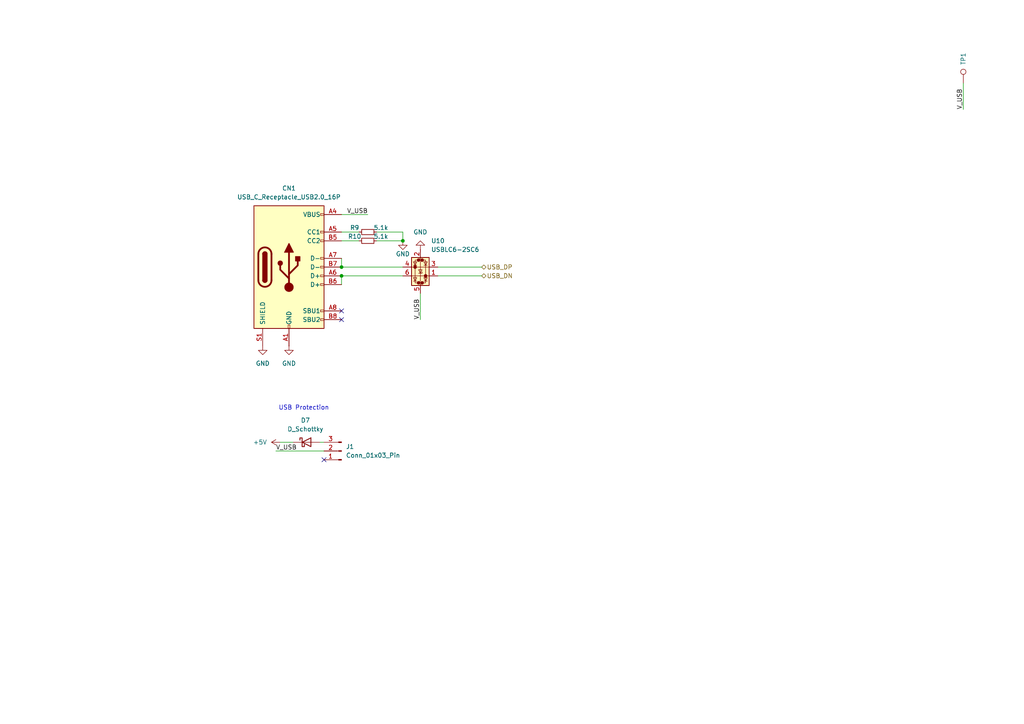
<source format=kicad_sch>
(kicad_sch (version 20250114) (generator "eeschema") (generator_version "9.0")
  (paper "A4")
  (lib_symbols
    (symbol "Connector:Conn_01x03_Pin" (pin_names (offset 1.016) (hide yes))
      (property "Reference" "J" (at 0 5.08 0))
      (property "Value" "Conn_01x03_Pin" (at 0 -5.08 0))
      (symbol "Conn_01x03_Pin_1_1"
        (rectangle (start 0.8636 2.667) (end 0 2.413) (stroke (width 0.1524)) (fill (type outline)))
        (rectangle (start 0.8636 0.127) (end 0 -0.127) (stroke (width 0.1524)) (fill (type outline)))
        (rectangle (start 0.8636 -2.413) (end 0 -2.667) (stroke (width 0.1524)) (fill (type outline)))
        (polyline (pts (xy 1.27 2.54) (xy 0.8636 2.54)) (stroke (width 0.1524)))
        (polyline (pts (xy 1.27 0) (xy 0.8636 0)) (stroke (width 0.1524)))
        (polyline (pts (xy 1.27 -2.54) (xy 0.8636 -2.54)) (stroke (width 0.1524)))
        (pin passive line (at 5.08 2.54 180) (length 3.81) (name "Pin_1") (number "1"))
        (pin passive line (at 5.08 0 180) (length 3.81) (name "Pin_2") (number "2"))
        (pin passive line (at 5.08 -2.54 180) (length 3.81) (name "Pin_3") (number "3"))
      )
    )
    (symbol "Connector:TestPoint" (pin_numbers (hide yes)) (pin_names (offset 0.762) (hide yes))
      (property "Reference" "TP" (at 0 6.858 0))
      (property "Value" "TestPoint" (at 0 5.08 0))
      (symbol "TestPoint_0_1"
        (circle (center 0 3.302) (radius 0.762))
      )
      (symbol "TestPoint_1_1"
        (pin passive line (at 0 0 90) (length 2.54) (name "1") (number "1"))
      )
    )
    (symbol "Connector:USB_C_Receptacle_USB2.0_16P" (pin_names (offset 1.016))
      (property "Reference" "J" (at 0 22.225 0))
      (property "Value" "USB_C_Receptacle_USB2.0_16P" (at 0 19.685 0))
      (symbol "USB_C_Receptacle_USB2.0_16P_0_0"
        (rectangle (start -0.254 -17.78) (end 0.254 -16.764))
        (rectangle (start 10.16 15.494) (end 9.144 14.986))
        (rectangle (start 10.16 10.414) (end 9.144 9.906))
        (rectangle (start 10.16 7.874) (end 9.144 7.366))
        (rectangle (start 10.16 2.794) (end 9.144 2.286))
        (rectangle (start 10.16 0.254) (end 9.144 -0.254))
        (rectangle (start 10.16 -2.286) (end 9.144 -2.794))
        (rectangle (start 10.16 -4.826) (end 9.144 -5.334))
        (rectangle (start 10.16 -12.446) (end 9.144 -12.954))
        (rectangle (start 10.16 -14.986) (end 9.144 -15.494))
      )
      (symbol "USB_C_Receptacle_USB2.0_16P_0_1"
        (rectangle (start -10.16 17.78) (end 10.16 -17.78) (stroke (width 0.254)) (fill (type background)))
        (polyline (pts (xy -8.89 -3.81) (xy -8.89 3.81)) (stroke (width 0.508)))
        (rectangle (start -7.62 -3.81) (end -6.35 3.81) (stroke (width 0.254)) (fill (type outline)))
        (arc (start -7.62 3.81) (mid -6.985 4.4423) (end -6.35 3.81) (stroke (width 0.254)))
        (arc (start -7.62 3.81) (mid -6.985 4.4423) (end -6.35 3.81) (stroke (width 0.254)) (fill (type outline)))
        (arc (start -8.89 3.81) (mid -6.985 5.7067) (end -5.08 3.81) (stroke (width 0.508)))
        (arc (start -5.08 -3.81) (mid -6.985 -5.7067) (end -8.89 -3.81) (stroke (width 0.508)))
        (arc (start -6.35 -3.81) (mid -6.985 -4.4423) (end -7.62 -3.81) (stroke (width 0.254)))
        (arc (start -6.35 -3.81) (mid -6.985 -4.4423) (end -7.62 -3.81) (stroke (width 0.254)) (fill (type outline)))
        (polyline (pts (xy -5.08 3.81) (xy -5.08 -3.81)) (stroke (width 0.508)))
        (circle (center -2.54 1.143) (radius 0.635) (stroke (width 0.254)) (fill (type outline)))
        (polyline (pts (xy -1.27 4.318) (xy 0 6.858) (xy 1.27 4.318) (xy -1.27 4.318)) (stroke (width 0.254)) (fill (type outline)))
        (polyline (pts (xy 0 -2.032) (xy 2.54 0.508) (xy 2.54 1.778)) (stroke (width 0.508)))
        (polyline (pts (xy 0 -3.302) (xy -2.54 -0.762) (xy -2.54 0.508)) (stroke (width 0.508)))
        (polyline (pts (xy 0 -5.842) (xy 0 4.318)) (stroke (width 0.508)))
        (circle (center 0 -5.842) (radius 1.27) (fill (type outline)))
        (rectangle (start 1.905 1.778) (end 3.175 3.048) (stroke (width 0.254)) (fill (type outline)))
      )
      (symbol "USB_C_Receptacle_USB2.0_16P_1_1"
        (pin passive line (at -7.62 -22.86 90) (length 5.08) (name "SHIELD") (number "S1"))
        (pin passive line (at 0 -22.86 90) (length 5.08) (name "GND") (number "A1"))
        (pin passive line (at 0 -22.86 90) (length 5.08) (hide yes) (name "GND") (number "A12"))
        (pin passive line (at 0 -22.86 90) (length 5.08) (hide yes) (name "GND") (number "B1"))
        (pin passive line (at 0 -22.86 90) (length 5.08) (hide yes) (name "GND") (number "B12"))
        (pin passive line (at 15.24 15.24 180) (length 5.08) (name "VBUS") (number "A4"))
        (pin passive line (at 15.24 15.24 180) (length 5.08) (hide yes) (name "VBUS") (number "A9"))
        (pin passive line (at 15.24 15.24 180) (length 5.08) (hide yes) (name "VBUS") (number "B4"))
        (pin passive line (at 15.24 15.24 180) (length 5.08) (hide yes) (name "VBUS") (number "B9"))
        (pin bidirectional line (at 15.24 10.16 180) (length 5.08) (name "CC1") (number "A5"))
        (pin bidirectional line (at 15.24 7.62 180) (length 5.08) (name "CC2") (number "B5"))
        (pin bidirectional line (at 15.24 2.54 180) (length 5.08) (name "D-") (number "A7"))
        (pin bidirectional line (at 15.24 0 180) (length 5.08) (name "D-") (number "B7"))
        (pin bidirectional line (at 15.24 -2.54 180) (length 5.08) (name "D+") (number "A6"))
        (pin bidirectional line (at 15.24 -5.08 180) (length 5.08) (name "D+") (number "B6"))
        (pin bidirectional line (at 15.24 -12.7 180) (length 5.08) (name "SBU1") (number "A8"))
        (pin bidirectional line (at 15.24 -15.24 180) (length 5.08) (name "SBU2") (number "B8"))
      )
    )
    (symbol "Device:D_Schottky" (pin_numbers (hide yes)) (pin_names (offset 1.016) (hide yes))
      (property "Reference" "D" (at 0 2.54 0))
      (property "Value" "D_Schottky" (at 0 -2.54 0))
      (symbol "D_Schottky_0_1"
        (polyline (pts (xy -1.905 0.635) (xy -1.905 1.27) (xy -1.27 1.27) (xy -1.27 -1.27) (xy -0.635 -1.27) (xy -0.635 -0.635)) (stroke (width 0.254)))
        (polyline (pts (xy 1.27 1.27) (xy 1.27 -1.27) (xy -1.27 0) (xy 1.27 1.27)) (stroke (width 0.254)))
        (polyline (pts (xy 1.27 0) (xy -1.27 0)))
      )
      (symbol "D_Schottky_1_1"
        (pin passive line (at -3.81 0 0) (length 2.54) (name "K") (number "1"))
        (pin passive line (at 3.81 0 180) (length 2.54) (name "A") (number "2"))
      )
    )
    (symbol "Device:R_Small" (pin_numbers (hide yes)) (pin_names (offset 0.254) (hide yes))
      (property "Reference" "R" (at 0.762 0.508 0))
      (property "Value" "R_Small" (at 0.762 -1.016 0))
      (symbol "R_Small_0_1"
        (rectangle (start -0.762 1.778) (end 0.762 -1.778) (stroke (width 0.2032)))
      )
      (symbol "R_Small_1_1"
        (pin passive line (at 0 2.54 270) (length 0.762) (name "~") (number "1"))
        (pin passive line (at 0 -2.54 90) (length 0.762) (name "~") (number "2"))
      )
    )
    (symbol "Power_Protection:USBLC6-2SC6" (pin_names (hide yes))
      (property "Reference" "U" (at 0.635 5.715 0))
      (property "Value" "USBLC6-2SC6" (at 0.635 3.81 0))
      (symbol "USBLC6-2SC6_0_0"
        (circle (center -1.524 0) (radius 0.0001) (stroke (width 0.508)))
        (circle (center -0.508 2.032) (radius 0.0001) (stroke (width 0.508)))
        (circle (center -0.508 -4.572) (radius 0.0001) (stroke (width 0.508)))
        (circle (center 0.508 2.032) (radius 0.0001) (stroke (width 0.508)))
        (circle (center 0.508 -4.572) (radius 0.0001) (stroke (width 0.508)))
        (circle (center 1.524 -2.54) (radius 0.0001) (stroke (width 0.508)))
      )
      (symbol "USBLC6-2SC6_0_1"
        (polyline (pts (xy -2.54 0) (xy 2.54 0)))
        (polyline (pts (xy -2.54 -2.54) (xy 2.54 -2.54)))
        (polyline (pts (xy -2.032 0.508) (xy -1.016 0.508) (xy -1.524 1.524) (xy -2.032 0.508)))
        (polyline (pts (xy -2.032 -3.048) (xy -1.016 -3.048)))
        (polyline (pts (xy -1.016 1.524) (xy -2.032 1.524)))
        (polyline (pts (xy -1.016 -4.064) (xy -2.032 -4.064) (xy -1.524 -3.048) (xy -1.016 -4.064)))
        (polyline (pts (xy -0.508 -1.143) (xy -0.508 -0.762) (xy 0.508 -0.762)))
        (polyline (pts (xy 0 2.54) (xy -0.508 2.032) (xy 0.508 2.032) (xy 0 1.524) (xy 0 -4.064) (xy -0.508 -4.572) (xy 0.508 -4.572) (xy 0 -5.08)))
        (polyline (pts (xy 0.508 -1.778) (xy -0.508 -1.778) (xy 0 -0.762) (xy 0.508 -1.778)))
        (polyline (pts (xy 1.016 1.524) (xy 2.032 1.524)))
        (polyline (pts (xy 1.016 -3.048) (xy 2.032 -3.048)))
        (polyline (pts (xy 2.032 0.508) (xy 1.016 0.508) (xy 1.524 1.524) (xy 2.032 0.508)))
        (polyline (pts (xy 2.032 -4.064) (xy 1.016 -4.064) (xy 1.524 -3.048) (xy 2.032 -4.064)))
      )
      (symbol "USBLC6-2SC6_1_1"
        (rectangle (start -2.54 2.794) (end 2.54 -5.334) (stroke (width 0.254)) (fill (type background)))
        (polyline (pts (xy -0.508 2.032) (xy -1.524 2.032) (xy -1.524 -4.572) (xy -0.508 -4.572)))
        (polyline (pts (xy 0.508 -4.572) (xy 1.524 -4.572) (xy 1.524 2.032) (xy 0.508 2.032)))
        (pin passive line (at -5.08 0 0) (length 2.54) (name "I/O1") (number "1"))
        (pin passive line (at -5.08 -2.54 0) (length 2.54) (name "I/O2") (number "3"))
        (pin passive line (at 0 5.08 270) (length 2.54) (name "VBUS") (number "5"))
        (pin passive line (at 0 -7.62 90) (length 2.54) (name "GND") (number "2"))
        (pin passive line (at 5.08 0 180) (length 2.54) (name "I/O1") (number "6"))
        (pin passive line (at 5.08 -2.54 180) (length 2.54) (name "I/O2") (number "4"))
      )
    )
    (symbol "power:+5V" (power) (pin_numbers (hide yes)) (pin_names (offset 0) (hide yes))
      (property "Value" "+5V" (at 0 3.556 0))
      (symbol "+5V_0_1"
        (polyline (pts (xy -0.762 1.27) (xy 0 2.54)))
        (polyline (pts (xy 0 2.54) (xy 0.762 1.27)))
        (polyline (pts (xy 0 0) (xy 0 2.54)))
      )
      (symbol "+5V_1_1"
        (pin power_in line (at 0 0 90) (length 0) (name "~") (number "1"))
      )
    )
    (symbol "power:GND" (power) (pin_numbers (hide yes)) (pin_names (offset 0) (hide yes))
      (property "Value" "GND" (at 0 -3.81 0))
      (symbol "GND_0_1"
        (polyline (pts (xy 0 0) (xy 0 -1.27) (xy 1.27 -1.27) (xy 0 -2.54) (xy -1.27 -1.27) (xy 0 -1.27)))
      )
      (symbol "GND_1_1"
        (pin power_in line (at 0 0 270) (length 0) (name "~") (number "1"))
      )
    )
  )
  (text "USB Protection" (at 80.772 119.126 0) (effects (font (size 1.27 1.27)) (justify left bottom)))
  (junction (at 116.84 69.85))
  (junction (at 99.06 80.01))
  (junction (at 99.06 77.47))
  (no_connect (at 93.98 133.35))
  (no_connect (at 99.06 92.71))
  (no_connect (at 99.06 90.17))
  (wire (pts (xy 127 80.01) (xy 139.7 80.01)))
  (wire (pts (xy 81.28 128.27) (xy 85.09 128.27)))
  (wire (pts (xy 104.14 67.31) (xy 99.06 67.31)))
  (wire (pts (xy 93.98 128.27) (xy 92.71 128.27)))
  (wire (pts (xy 127 77.47) (xy 139.7 77.47)))
  (wire (pts (xy 99.06 80.01) (xy 116.84 80.01)))
  (wire (pts (xy 99.06 74.93) (xy 99.06 77.47)))
  (wire (pts (xy 99.06 62.23) (xy 106.68 62.23)))
  (wire (pts (xy 99.06 80.01) (xy 99.06 82.55)))
  (wire (pts (xy 279.4 24.13) (xy 279.4 31.75)))
  (wire (pts (xy 109.22 67.31) (xy 116.84 67.31)))
  (wire (pts (xy 80.01 130.81) (xy 93.98 130.81)))
  (wire (pts (xy 109.22 69.85) (xy 116.84 69.85)))
  (wire (pts (xy 116.84 67.31) (xy 116.84 69.85)))
  (wire (pts (xy 99.06 77.47) (xy 116.84 77.47)))
  (wire (pts (xy 99.06 69.85) (xy 104.14 69.85)))
  (wire (pts (xy 121.92 85.09) (xy 121.92 92.71)))
  (label "V_USB" (at 106.68 62.23 180))
  (label "V_USB" (at 121.92 92.71 90))
  (label "V_USB" (at 279.4 31.75 90))
  (label "V_USB" (at 80.01 130.81 0))
  (hierarchical_label "USB_DN" (shape bidirectional) (at 139.7 80.01 0))
  (hierarchical_label "USB_DP" (shape bidirectional) (at 139.7 77.47 0))
  (symbol (lib_id "power:GND") (at 76.2 100.33 0) (unit 1)
    (property "Reference" "#PWR029" (effects (hide yes)))
    (property "Value" "GND" (at 76.2 105.41 0))
    (property "Description" "Power symbol creates a global label with name \"GND\" , ground" (effects (hide yes)))
  )
  (symbol (lib_id "Connector:TestPoint") (at 279.4 24.13 0) (unit 1) (in_bom no)
    (property "Reference" "TP1" (at 279.4 15.24 90) (effects (justify right)))
    (property "Value" "TestPoint" (effects (hide yes)))
    (property "Footprint" "SelfMadeStuff:TestPoint_Pad_D0.7mm" (effects (hide yes)))
    (property "Description" "test point" (effects (hide yes)))
  )
  (symbol (lib_id "power:GND") (at 121.92 72.39 180) (unit 1)
    (property "Reference" "#PWR0111" (effects (hide yes)))
    (property "Value" "GND" (at 121.92 67.31 0))
    (property "Description" "Power symbol creates a global label with name \"GND\" , ground" (effects (hide yes)))
  )
  (symbol (lib_id "Device:R_Small") (at 106.68 69.85 90) (unit 1)
    (property "Reference" "R10" (at 102.87 68.58 90))
    (property "Value" "5.1k" (at 110.49 68.58 90))
    (property "Footprint" "Resistor_SMD:R_0402_1005Metric" (effects (hide yes)))
  )
  (symbol (lib_id "Device:D_Schottky") (at 88.9 128.27 0) (unit 1)
    (property "Reference" "D7" (at 88.5825 121.92 0))
    (property "Value" "D_Schottky" (at 88.5825 124.46 0))
    (property "Footprint" "Diode_SMD:D_SMA" (effects (hide yes)))
  )
  (symbol (lib_id "Power_Protection:USBLC6-2SC6") (at 121.92 80.01 180) (unit 1)
    (property "Reference" "U10" (at 125.0381 69.85 0) (effects (justify right)))
    (property "Value" "USBLC6-2SC6" (at 125.0381 72.39 0) (effects (justify right)))
    (property "Footprint" "Package_TO_SOT_SMD:SOT-23-6" (effects (hide yes)))
    (property "Datasheet" "https://www.st.com/resource/en/datasheet/usblc6-2.pdf" (effects (hide yes)))
    (property "Description" "Very low capacitance ESD protection diode, 2 data-line, SOT-23-6" (effects (hide yes)))
  )
  (symbol (lib_id "power:GND") (at 116.84 69.85 0) (unit 1)
    (property "Reference" "#PWR032" (effects (hide yes)))
    (property "Value" "GND" (at 116.84 73.66 0))
    (property "Description" "Power symbol creates a global label with name \"GND\" , ground" (effects (hide yes)))
  )
  (symbol (lib_id "power:GND") (at 83.82 100.33 0) (unit 1)
    (property "Reference" "#PWR031" (effects (hide yes)))
    (property "Value" "GND" (at 83.82 105.41 0))
    (property "Description" "Power symbol creates a global label with name \"GND\" , ground" (effects (hide yes)))
  )
  (symbol (lib_id "Device:R_Small") (at 106.68 67.31 90) (unit 1)
    (property "Reference" "R9" (at 102.87 66.04 90))
    (property "Value" "5.1k" (at 110.49 66.04 90))
    (property "Footprint" "Resistor_SMD:R_0402_1005Metric" (effects (hide yes)))
  )
  (symbol (lib_id "Connector:USB_C_Receptacle_USB2.0_16P") (at 83.82 77.47 0) (unit 1)
    (property "Reference" "CN1" (at 83.82 54.61 0))
    (property "Value" "USB_C_Receptacle_USB2.0_16P" (at 83.82 57.15 0))
    (property "Footprint" "Connector_USB:USB_C_Receptacle_G-Switch_GT-USB-7010ASV" (effects (hide yes)))
    (property "Datasheet" "https://www.usb.org/sites/default/files/documents/usb_type-c.zip" (effects (hide yes)))
    (property "Description" "USB 2.0-only 16P Type-C Receptacle connector" (effects (hide yes)))
  )
  (symbol (lib_id "Connector:Conn_01x03_Pin") (at 99.06 130.81 180) (unit 1)
    (property "Reference" "J1" (at 100.33 129.5399 0) (effects (justify right)))
    (property "Value" "Conn_01x03_Pin" (at 100.33 132.0799 0) (effects (justify right)))
    (property "Footprint" "Connector_PinHeader_2.54mm:PinHeader_1x03_P2.54mm_Vertical" (effects (hide yes)))
    (property "Description" "Generic connector, single row, 01x03, script generated" (effects (hide yes)))
  )
  (symbol (lib_id "power:+5V") (at 81.28 128.27 90) (unit 1)
    (property "Reference" "#PWR030" (effects (hide yes)))
    (property "Value" "+5V" (at 77.47 128.2699 90) (effects (justify left)))
    (property "Description" "Power symbol creates a global label with name \"+5V\"" (effects (hide yes)))
  )
)
</source>
